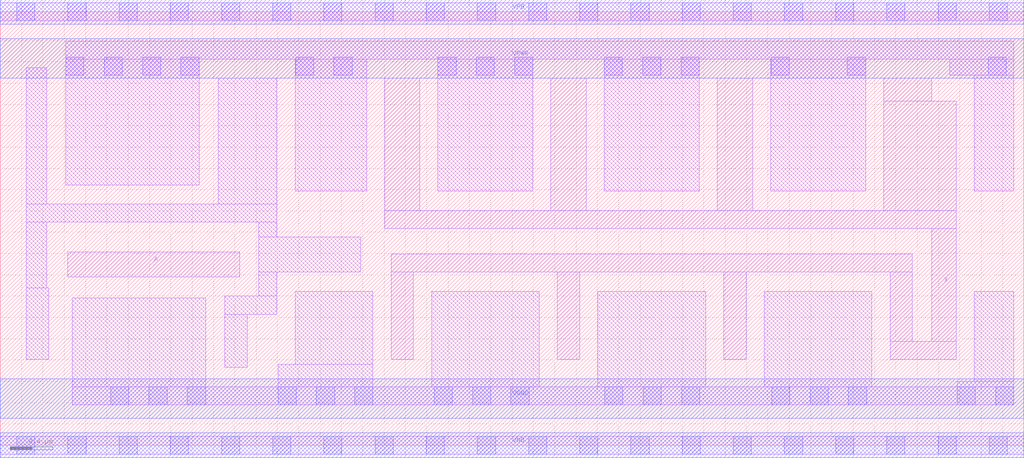
<source format=lef>
# Copyright 2020 The SkyWater PDK Authors
#
# Licensed under the Apache License, Version 2.0 (the "License");
# you may not use this file except in compliance with the License.
# You may obtain a copy of the License at
#
#     https://www.apache.org/licenses/LICENSE-2.0
#
# Unless required by applicable law or agreed to in writing, software
# distributed under the License is distributed on an "AS IS" BASIS,
# WITHOUT WARRANTIES OR CONDITIONS OF ANY KIND, either express or implied.
# See the License for the specific language governing permissions and
# limitations under the License.
#
# SPDX-License-Identifier: Apache-2.0

VERSION 5.7 ;
  NAMESCASESENSITIVE ON ;
  NOWIREEXTENSIONATPIN ON ;
  DIVIDERCHAR "/" ;
  BUSBITCHARS "[]" ;
UNITS
  DATABASE MICRONS 200 ;
END UNITS
MACRO sky130_fd_sc_hvl__buf_8
  CLASS CORE ;
  FOREIGN sky130_fd_sc_hvl__buf_8 ;
  ORIGIN  0.000000  0.000000 ;
  SIZE  9.600000 BY  4.070000 ;
  SYMMETRY X Y ;
  SITE unithv ;
  PIN A
    ANTENNAGATEAREA  3.375000 ;
    DIRECTION INPUT ;
    USE SIGNAL ;
    PORT
      LAYER li1 ;
        RECT 0.635000 1.580000 2.245000 1.815000 ;
    END
  END A
  PIN X
    ANTENNADIFFAREA  2.520000 ;
    DIRECTION OUTPUT ;
    USE SIGNAL ;
    PORT
      LAYER li1 ;
        RECT 3.605000 2.035000 8.965000 2.205000 ;
        RECT 3.605000 2.205000 3.935000 3.445000 ;
        RECT 3.665000 0.805000 3.875000 1.625000 ;
        RECT 3.665000 1.625000 8.555000 1.795000 ;
        RECT 5.165000 2.205000 5.495000 3.445000 ;
        RECT 5.225000 0.805000 5.435000 1.625000 ;
        RECT 6.725000 2.205000 7.055000 3.445000 ;
        RECT 6.785000 0.805000 6.995000 1.625000 ;
        RECT 8.285000 2.205000 8.965000 3.230000 ;
        RECT 8.285000 3.230000 8.735000 3.445000 ;
        RECT 8.345000 0.805000 8.965000 0.975000 ;
        RECT 8.345000 0.975000 8.555000 1.625000 ;
        RECT 8.735000 0.975000 8.965000 2.035000 ;
    END
  END X
  PIN VGND
    DIRECTION INOUT ;
    USE GROUND ;
    PORT
      LAYER met1 ;
        RECT 0.000000 0.255000 9.600000 0.625000 ;
    END
  END VGND
  PIN VNB
    DIRECTION INOUT ;
    USE GROUND ;
    PORT
      LAYER met1 ;
        RECT 0.000000 -0.115000 9.600000 0.115000 ;
    END
  END VNB
  PIN VPB
    DIRECTION INOUT ;
    USE POWER ;
    PORT
      LAYER met1 ;
        RECT 0.000000 3.955000 9.600000 4.185000 ;
    END
  END VPB
  PIN VPWR
    DIRECTION INOUT ;
    USE POWER ;
    PORT
      LAYER met1 ;
        RECT 0.000000 3.445000 9.600000 3.815000 ;
    END
  END VPWR
  OBS
    LAYER li1 ;
      RECT 0.000000 -0.085000 9.600000 0.085000 ;
      RECT 0.000000  3.985000 9.600000 4.155000 ;
      RECT 0.245000  0.805000 0.455000 1.475000 ;
      RECT 0.245000  1.475000 0.435000 2.095000 ;
      RECT 0.245000  2.095000 2.595000 2.265000 ;
      RECT 0.245000  2.265000 0.435000 3.545000 ;
      RECT 0.615000  2.445000 1.865000 3.625000 ;
      RECT 0.615000  3.625000 9.505000 3.795000 ;
      RECT 0.675000  0.380000 9.505000 0.550000 ;
      RECT 0.675000  0.550000 1.925000 1.385000 ;
      RECT 2.045000  2.265000 2.595000 3.445000 ;
      RECT 2.105000  0.730000 2.315000 1.230000 ;
      RECT 2.105000  1.230000 2.595000 1.400000 ;
      RECT 2.425000  1.400000 2.595000 1.625000 ;
      RECT 2.425000  1.625000 3.380000 1.955000 ;
      RECT 2.425000  1.955000 2.595000 2.095000 ;
      RECT 2.605000  0.550000 3.495000 0.760000 ;
      RECT 2.765000  0.760000 3.495000 1.445000 ;
      RECT 2.765000  2.385000 3.435000 3.625000 ;
      RECT 4.045000  0.550000 5.055000 1.445000 ;
      RECT 4.105000  2.385000 4.995000 3.625000 ;
      RECT 5.605000  0.550000 6.615000 1.445000 ;
      RECT 5.665000  2.385000 6.555000 3.625000 ;
      RECT 7.165000  0.550000 8.175000 1.445000 ;
      RECT 7.225000  2.385000 8.115000 3.625000 ;
      RECT 8.905000  3.475000 9.505000 3.625000 ;
      RECT 8.975000  0.550000 9.505000 0.600000 ;
      RECT 9.135000  0.600000 9.505000 1.445000 ;
      RECT 9.135000  2.385000 9.505000 3.475000 ;
    LAYER mcon ;
      RECT 0.155000 -0.085000 0.325000 0.085000 ;
      RECT 0.155000  3.985000 0.325000 4.155000 ;
      RECT 0.615000  3.475000 0.785000 3.645000 ;
      RECT 0.635000 -0.085000 0.805000 0.085000 ;
      RECT 0.635000  3.985000 0.805000 4.155000 ;
      RECT 0.975000  3.475000 1.145000 3.645000 ;
      RECT 1.035000  0.380000 1.205000 0.550000 ;
      RECT 1.115000 -0.085000 1.285000 0.085000 ;
      RECT 1.115000  3.985000 1.285000 4.155000 ;
      RECT 1.335000  3.475000 1.505000 3.645000 ;
      RECT 1.395000  0.380000 1.565000 0.550000 ;
      RECT 1.595000 -0.085000 1.765000 0.085000 ;
      RECT 1.595000  3.985000 1.765000 4.155000 ;
      RECT 1.695000  3.475000 1.865000 3.645000 ;
      RECT 1.755000  0.380000 1.925000 0.550000 ;
      RECT 2.075000 -0.085000 2.245000 0.085000 ;
      RECT 2.075000  3.985000 2.245000 4.155000 ;
      RECT 2.555000 -0.085000 2.725000 0.085000 ;
      RECT 2.555000  3.985000 2.725000 4.155000 ;
      RECT 2.605000  0.380000 2.775000 0.550000 ;
      RECT 2.770000  3.475000 2.940000 3.645000 ;
      RECT 2.965000  0.380000 3.135000 0.550000 ;
      RECT 3.035000 -0.085000 3.205000 0.085000 ;
      RECT 3.035000  3.985000 3.205000 4.155000 ;
      RECT 3.130000  3.475000 3.300000 3.645000 ;
      RECT 3.325000  0.380000 3.495000 0.550000 ;
      RECT 3.515000 -0.085000 3.685000 0.085000 ;
      RECT 3.515000  3.985000 3.685000 4.155000 ;
      RECT 3.995000 -0.085000 4.165000 0.085000 ;
      RECT 3.995000  3.985000 4.165000 4.155000 ;
      RECT 4.070000  0.380000 4.240000 0.550000 ;
      RECT 4.105000  3.475000 4.275000 3.645000 ;
      RECT 4.430000  0.380000 4.600000 0.550000 ;
      RECT 4.465000  3.475000 4.635000 3.645000 ;
      RECT 4.475000 -0.085000 4.645000 0.085000 ;
      RECT 4.475000  3.985000 4.645000 4.155000 ;
      RECT 4.790000  0.380000 4.960000 0.550000 ;
      RECT 4.825000  3.475000 4.995000 3.645000 ;
      RECT 4.955000 -0.085000 5.125000 0.085000 ;
      RECT 4.955000  3.985000 5.125000 4.155000 ;
      RECT 5.435000 -0.085000 5.605000 0.085000 ;
      RECT 5.435000  3.985000 5.605000 4.155000 ;
      RECT 5.665000  3.475000 5.835000 3.645000 ;
      RECT 5.670000  0.380000 5.840000 0.550000 ;
      RECT 5.915000 -0.085000 6.085000 0.085000 ;
      RECT 5.915000  3.985000 6.085000 4.155000 ;
      RECT 6.025000  3.475000 6.195000 3.645000 ;
      RECT 6.030000  0.380000 6.200000 0.550000 ;
      RECT 6.385000  3.475000 6.555000 3.645000 ;
      RECT 6.390000  0.380000 6.560000 0.550000 ;
      RECT 6.395000 -0.085000 6.565000 0.085000 ;
      RECT 6.395000  3.985000 6.565000 4.155000 ;
      RECT 6.875000 -0.085000 7.045000 0.085000 ;
      RECT 6.875000  3.985000 7.045000 4.155000 ;
      RECT 7.230000  3.475000 7.400000 3.645000 ;
      RECT 7.235000  0.380000 7.405000 0.550000 ;
      RECT 7.355000 -0.085000 7.525000 0.085000 ;
      RECT 7.355000  3.985000 7.525000 4.155000 ;
      RECT 7.595000  0.380000 7.765000 0.550000 ;
      RECT 7.835000 -0.085000 8.005000 0.085000 ;
      RECT 7.835000  3.985000 8.005000 4.155000 ;
      RECT 7.945000  3.475000 8.115000 3.645000 ;
      RECT 7.955000  0.380000 8.125000 0.550000 ;
      RECT 8.315000 -0.085000 8.485000 0.085000 ;
      RECT 8.315000  3.985000 8.485000 4.155000 ;
      RECT 8.795000 -0.085000 8.965000 0.085000 ;
      RECT 8.795000  3.985000 8.965000 4.155000 ;
      RECT 8.975000  0.380000 9.145000 0.550000 ;
      RECT 9.265000  3.475000 9.435000 3.645000 ;
      RECT 9.275000 -0.085000 9.445000 0.085000 ;
      RECT 9.275000  3.985000 9.445000 4.155000 ;
      RECT 9.335000  0.380000 9.505000 0.550000 ;
  END
END sky130_fd_sc_hvl__buf_8
END LIBRARY

</source>
